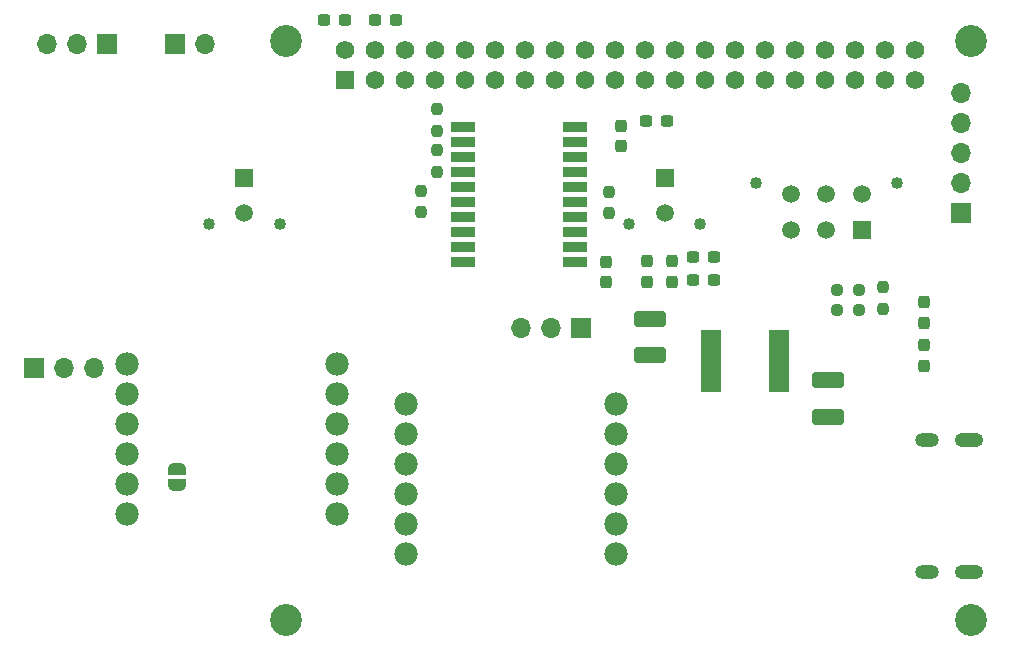
<source format=gbs>
%TF.GenerationSoftware,KiCad,Pcbnew,8.0.4*%
%TF.CreationDate,2025-01-10T13:29:25-08:00*%
%TF.ProjectId,X17_Pi_Shield,5831375f-5069-45f5-9368-69656c642e6b,rev?*%
%TF.SameCoordinates,Original*%
%TF.FileFunction,Soldermask,Bot*%
%TF.FilePolarity,Negative*%
%FSLAX46Y46*%
G04 Gerber Fmt 4.6, Leading zero omitted, Abs format (unit mm)*
G04 Created by KiCad (PCBNEW 8.0.4) date 2025-01-10 13:29:25*
%MOMM*%
%LPD*%
G01*
G04 APERTURE LIST*
G04 Aperture macros list*
%AMRoundRect*
0 Rectangle with rounded corners*
0 $1 Rounding radius*
0 $2 $3 $4 $5 $6 $7 $8 $9 X,Y pos of 4 corners*
0 Add a 4 corners polygon primitive as box body*
4,1,4,$2,$3,$4,$5,$6,$7,$8,$9,$2,$3,0*
0 Add four circle primitives for the rounded corners*
1,1,$1+$1,$2,$3*
1,1,$1+$1,$4,$5*
1,1,$1+$1,$6,$7*
1,1,$1+$1,$8,$9*
0 Add four rect primitives between the rounded corners*
20,1,$1+$1,$2,$3,$4,$5,0*
20,1,$1+$1,$4,$5,$6,$7,0*
20,1,$1+$1,$6,$7,$8,$9,0*
20,1,$1+$1,$8,$9,$2,$3,0*%
%AMFreePoly0*
4,1,19,0.500000,-0.750000,0.000000,-0.750000,0.000000,-0.744911,-0.071157,-0.744911,-0.207708,-0.704816,-0.327430,-0.627875,-0.420627,-0.520320,-0.479746,-0.390866,-0.500000,-0.250000,-0.500000,0.250000,-0.479746,0.390866,-0.420627,0.520320,-0.327430,0.627875,-0.207708,0.704816,-0.071157,0.744911,0.000000,0.744911,0.000000,0.750000,0.500000,0.750000,0.500000,-0.750000,0.500000,-0.750000,
$1*%
%AMFreePoly1*
4,1,19,0.000000,0.744911,0.071157,0.744911,0.207708,0.704816,0.327430,0.627875,0.420627,0.520320,0.479746,0.390866,0.500000,0.250000,0.500000,-0.250000,0.479746,-0.390866,0.420627,-0.520320,0.327430,-0.627875,0.207708,-0.704816,0.071157,-0.744911,0.000000,-0.744911,0.000000,-0.750000,-0.500000,-0.750000,-0.500000,0.750000,0.000000,0.750000,0.000000,0.744911,0.000000,0.744911,
$1*%
G04 Aperture macros list end*
%ADD10R,1.700000X1.700000*%
%ADD11O,1.700000X1.700000*%
%ADD12C,1.020000*%
%ADD13R,1.520000X1.520000*%
%ADD14C,1.520000*%
%ADD15O,2.404000X1.204000*%
%ADD16O,2.004000X1.204000*%
%ADD17RoundRect,0.102000X-0.685000X-0.685000X0.685000X-0.685000X0.685000X0.685000X-0.685000X0.685000X0*%
%ADD18C,1.574000*%
%ADD19C,2.700000*%
%ADD20RoundRect,0.237500X0.250000X0.237500X-0.250000X0.237500X-0.250000X-0.237500X0.250000X-0.237500X0*%
%ADD21RoundRect,0.237500X0.300000X0.237500X-0.300000X0.237500X-0.300000X-0.237500X0.300000X-0.237500X0*%
%ADD22RoundRect,0.237500X-0.250000X-0.237500X0.250000X-0.237500X0.250000X0.237500X-0.250000X0.237500X0*%
%ADD23RoundRect,0.250000X-1.100000X0.412500X-1.100000X-0.412500X1.100000X-0.412500X1.100000X0.412500X0*%
%ADD24C,1.982000*%
%ADD25RoundRect,0.237500X0.237500X-0.250000X0.237500X0.250000X-0.237500X0.250000X-0.237500X-0.250000X0*%
%ADD26RoundRect,0.237500X-0.237500X0.250000X-0.237500X-0.250000X0.237500X-0.250000X0.237500X0.250000X0*%
%ADD27RoundRect,0.076750X0.810250X0.230250X-0.810250X0.230250X-0.810250X-0.230250X0.810250X-0.230250X0*%
%ADD28RoundRect,0.237500X-0.237500X0.300000X-0.237500X-0.300000X0.237500X-0.300000X0.237500X0.300000X0*%
%ADD29FreePoly0,270.000000*%
%ADD30FreePoly1,270.000000*%
%ADD31RoundRect,0.237500X-0.300000X-0.237500X0.300000X-0.237500X0.300000X0.237500X-0.300000X0.237500X0*%
%ADD32RoundRect,0.237500X0.237500X-0.300000X0.237500X0.300000X-0.237500X0.300000X-0.237500X-0.300000X0*%
%ADD33RoundRect,0.032160X1.004840X0.369840X-1.004840X0.369840X-1.004840X-0.369840X1.004840X-0.369840X0*%
G04 APERTURE END LIST*
D10*
%TO.C,J6*%
X118000000Y-82000000D03*
D11*
X115460000Y-82000000D03*
X112920000Y-82000000D03*
%TD*%
D12*
%TO.C,J22*%
X132599989Y-97240000D03*
X126600001Y-97240000D03*
D13*
X129600000Y-93300000D03*
D14*
X129600000Y-96299999D03*
%TD*%
D15*
%TO.C,J8*%
X191000000Y-126675000D03*
X191000000Y-115525000D03*
D16*
X187400000Y-126675000D03*
X187400000Y-115525000D03*
%TD*%
D17*
%TO.C,U8*%
X138170000Y-85040000D03*
D18*
X138170000Y-82500000D03*
X140710000Y-85040000D03*
X140710000Y-82500000D03*
X143250000Y-85040000D03*
X143250000Y-82500000D03*
X145790000Y-85040000D03*
X145790000Y-82500000D03*
X148330000Y-85040000D03*
X148330000Y-82500000D03*
X150870000Y-85040000D03*
X150870000Y-82500000D03*
X153410000Y-85040000D03*
X153410000Y-82500000D03*
X155950000Y-85040000D03*
X155950000Y-82500000D03*
X158490000Y-85040000D03*
X158490000Y-82500000D03*
X161030000Y-85040000D03*
X161030000Y-82500000D03*
X163570000Y-85040000D03*
X163570000Y-82500000D03*
X166110000Y-85040000D03*
X166110000Y-82500000D03*
X168650000Y-85040000D03*
X168650000Y-82500000D03*
X171190000Y-85040000D03*
X171190000Y-82500000D03*
X173730000Y-85040000D03*
X173730000Y-82500000D03*
X176270000Y-85040000D03*
X176270000Y-82500000D03*
X178810000Y-85040000D03*
X178810000Y-82500000D03*
X181350000Y-85040000D03*
X181350000Y-82500000D03*
X183890000Y-85040000D03*
X183890000Y-82500000D03*
X186430000Y-85040000D03*
X186430000Y-82500000D03*
%TD*%
D10*
%TO.C,J9*%
X158140000Y-106000000D03*
D11*
X155600000Y-106000000D03*
X153060000Y-106000000D03*
%TD*%
D10*
%TO.C,J13*%
X111820000Y-109400000D03*
D11*
X114360000Y-109400000D03*
X116900000Y-109400000D03*
%TD*%
D19*
%TO.C,REF\u002A\u002A*%
X133180000Y-130720000D03*
%TD*%
%TO.C,REF\u002A\u002A*%
X191180000Y-81720000D03*
%TD*%
D12*
%TO.C,J24*%
X168199989Y-97240001D03*
X162200001Y-97240001D03*
D13*
X165200000Y-93300001D03*
D14*
X165200000Y-96300000D03*
%TD*%
D10*
%TO.C,J20*%
X123725000Y-82000000D03*
D11*
X126265000Y-82000000D03*
%TD*%
D19*
%TO.C,REF\u002A\u002A*%
X133180000Y-81720000D03*
%TD*%
D10*
%TO.C,J12*%
X190300000Y-96320000D03*
D11*
X190300000Y-93780000D03*
X190300000Y-91240000D03*
X190300000Y-88700000D03*
X190300000Y-86160000D03*
%TD*%
D12*
%TO.C,J23*%
X172900022Y-93760000D03*
X184899998Y-93760000D03*
D13*
X181899999Y-97700000D03*
D14*
X178900000Y-97700000D03*
X175900001Y-97700000D03*
X181899999Y-94700001D03*
X178900000Y-94700001D03*
X175900001Y-94700001D03*
%TD*%
D19*
%TO.C,REF\u002A\u002A*%
X191180000Y-130720000D03*
%TD*%
D20*
%TO.C,R22*%
X181625000Y-102781750D03*
X179800000Y-102781750D03*
%TD*%
D21*
%TO.C,C16*%
X142425000Y-80000000D03*
X140700000Y-80000000D03*
%TD*%
D22*
%TO.C,R21*%
X179815000Y-104481750D03*
X181640000Y-104481750D03*
%TD*%
D21*
%TO.C,FB1*%
X169362500Y-100000000D03*
X167637500Y-100000000D03*
%TD*%
D23*
%TO.C,C5*%
X164000000Y-105237500D03*
X164000000Y-108362500D03*
%TD*%
D24*
%TO.C,U1*%
X137500000Y-109100000D03*
X137500000Y-111640000D03*
X137500000Y-114180000D03*
X137500000Y-116720000D03*
X137500000Y-119260000D03*
X137500000Y-121800000D03*
X119720000Y-109100000D03*
X119720000Y-111640000D03*
X119720000Y-114180000D03*
X119720000Y-116720000D03*
X119720000Y-119260000D03*
X119720000Y-121800000D03*
%TD*%
D25*
%TO.C,R19*%
X145900000Y-89325000D03*
X145900000Y-87500000D03*
%TD*%
%TO.C,R9*%
X160500000Y-96325000D03*
X160500000Y-94500000D03*
%TD*%
D23*
%TO.C,C17*%
X179000000Y-110437500D03*
X179000000Y-113562500D03*
%TD*%
D26*
%TO.C,R17*%
X145900000Y-90987500D03*
X145900000Y-92812500D03*
%TD*%
D27*
%TO.C,U3*%
X174900000Y-106550000D03*
X174900000Y-107200000D03*
X174900000Y-107850000D03*
X174900000Y-108500000D03*
X174900000Y-109150000D03*
X174900000Y-109800000D03*
X174900000Y-110450000D03*
X174900000Y-111100000D03*
X169160000Y-111100000D03*
X169160000Y-110450000D03*
X169160000Y-109800000D03*
X169160000Y-109150000D03*
X169160000Y-108500000D03*
X169160000Y-107850000D03*
X169160000Y-107200000D03*
X169160000Y-106550000D03*
%TD*%
D28*
%TO.C,C1*%
X165800000Y-100375000D03*
X165800000Y-102100000D03*
%TD*%
D21*
%TO.C,FB5*%
X165362500Y-88500000D03*
X163637500Y-88500000D03*
%TD*%
D28*
%TO.C,C2*%
X163700000Y-100375000D03*
X163700000Y-102100000D03*
%TD*%
%TO.C,C19*%
X187200000Y-103875000D03*
X187200000Y-105600000D03*
%TD*%
D24*
%TO.C,U10*%
X161100000Y-112500000D03*
X161100000Y-115040000D03*
X161100000Y-117580000D03*
X161100000Y-120120000D03*
X161100000Y-122660000D03*
X161100000Y-125200000D03*
X143320000Y-112500000D03*
X143320000Y-115040000D03*
X143320000Y-117580000D03*
X143320000Y-120120000D03*
X143320000Y-122660000D03*
X143320000Y-125200000D03*
%TD*%
D29*
%TO.C,JP5*%
X123900000Y-118000000D03*
D30*
X123900000Y-119300000D03*
%TD*%
D26*
%TO.C,R20*%
X144600000Y-94400000D03*
X144600000Y-96225000D03*
%TD*%
D28*
%TO.C,C3*%
X160200000Y-100412500D03*
X160200000Y-102137500D03*
%TD*%
D31*
%TO.C,FB2*%
X167637500Y-102000000D03*
X169362500Y-102000000D03*
%TD*%
D25*
%TO.C,R18*%
X183695000Y-104400000D03*
X183695000Y-102575000D03*
%TD*%
D28*
%TO.C,C20*%
X187200000Y-107500000D03*
X187200000Y-109225000D03*
%TD*%
D31*
%TO.C,C12*%
X136375000Y-80000000D03*
X138100000Y-80000000D03*
%TD*%
D32*
%TO.C,C10*%
X161500000Y-90625000D03*
X161500000Y-88900000D03*
%TD*%
D33*
%TO.C,U7*%
X157635000Y-88985000D03*
X157635000Y-90255000D03*
X157635000Y-91525000D03*
X157635000Y-92795000D03*
X157635000Y-94065000D03*
X157635000Y-95335000D03*
X157635000Y-96605000D03*
X157635000Y-97875000D03*
X157635000Y-99145000D03*
X157635000Y-100415000D03*
X148165000Y-100415000D03*
X148165000Y-99145000D03*
X148165000Y-97875000D03*
X148165000Y-96605000D03*
X148165000Y-95335000D03*
X148165000Y-94065000D03*
X148165000Y-92795000D03*
X148165000Y-91525000D03*
X148165000Y-90255000D03*
X148165000Y-88985000D03*
%TD*%
M02*

</source>
